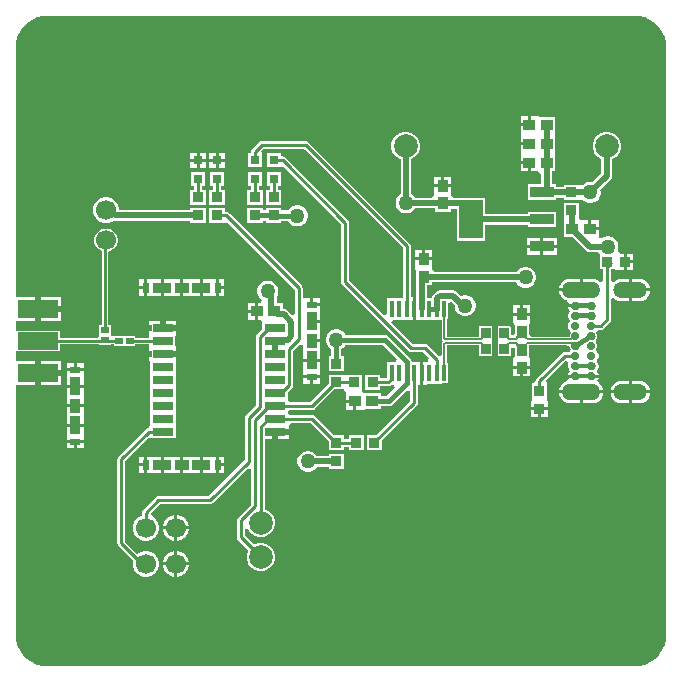
<source format=gbr>
G04*
G04 #@! TF.GenerationSoftware,Altium Limited,Altium Designer,24.9.1 (31)*
G04*
G04 Layer_Physical_Order=1*
G04 Layer_Color=255*
%FSLAX25Y25*%
%MOIN*%
G70*
G04*
G04 #@! TF.SameCoordinates,AE1E5416-9686-4E21-8CD7-455353439681*
G04*
G04*
G04 #@! TF.FilePolarity,Positive*
G04*
G01*
G75*
%ADD13C,0.01000*%
%ADD18R,0.03740X0.03937*%
%ADD19R,0.03543X0.02362*%
%ADD20R,0.03543X0.05906*%
%ADD21R,0.03543X0.04724*%
%ADD22R,0.03543X0.03347*%
%ADD23R,0.13780X0.05906*%
%ADD24R,0.03347X0.03543*%
%ADD25R,0.07087X0.02756*%
%ADD26R,0.04724X0.03543*%
%ADD27R,0.05906X0.03543*%
%ADD28R,0.02362X0.03543*%
%ADD29R,0.03937X0.03740*%
%ADD30R,0.02598X0.02441*%
%ADD31R,0.02874X0.02008*%
%ADD32R,0.07874X0.12598*%
%ADD33R,0.07874X0.03543*%
%ADD34R,0.03150X0.03150*%
%ADD35R,0.01772X0.05709*%
%ADD60C,0.01575*%
%ADD61C,0.07874*%
%ADD62C,0.01968*%
%ADD63C,0.01772*%
%ADD64C,0.00898*%
%ADD65C,0.00636*%
%ADD66C,0.06693*%
%ADD67C,0.21654*%
%ADD68O,0.12795X0.05315*%
%ADD69O,0.11221X0.05315*%
%ADD70C,0.02756*%
%ADD71C,0.01772*%
%ADD72C,0.05000*%
G36*
X206693Y216535D02*
X207662Y216535D01*
X209564Y216157D01*
X211355Y215415D01*
X212967Y214338D01*
X214338Y212967D01*
X215415Y211355D01*
X216157Y209564D01*
X216535Y207662D01*
X216535Y206693D01*
X216535Y206693D01*
X216535Y206693D01*
Y9843D01*
Y8873D01*
X216157Y6972D01*
X215415Y5180D01*
X214338Y3568D01*
X212967Y2197D01*
X211355Y1120D01*
X209564Y378D01*
X207662Y0D01*
X9843D01*
X8873Y-0D01*
X6972Y378D01*
X5180Y1120D01*
X3568Y2197D01*
X2197Y3568D01*
X1120Y5180D01*
X378Y6972D01*
X-0Y8873D01*
X0Y9843D01*
Y93685D01*
X6087D01*
Y94818D01*
X8087D01*
Y93685D01*
X14976D01*
Y96638D01*
X13844D01*
Y98638D01*
X14976D01*
Y101591D01*
X8087D01*
Y100458D01*
X6087D01*
Y101591D01*
X0D01*
Y104815D01*
X14476D01*
Y107300D01*
X27591D01*
Y106921D01*
X31465D01*
Y107300D01*
X32531D01*
Y106547D01*
X39595D01*
Y107300D01*
X44240D01*
X44276Y106315D01*
X44276Y105597D01*
Y104937D01*
X45408D01*
Y102937D01*
X44276D01*
Y101559D01*
X44488D01*
Y98441D01*
X44488Y97441D01*
X44488Y96441D01*
X44488Y93110D01*
X44488Y92110D01*
X44488Y88779D01*
X44488Y87779D01*
X44488Y84449D01*
X44488Y83449D01*
X44488Y80118D01*
X44133Y79265D01*
X44094D01*
X43592Y79165D01*
X43166Y78881D01*
X34111Y69826D01*
X33827Y69400D01*
X33727Y68898D01*
Y40769D01*
X33827Y40267D01*
X34111Y39841D01*
X38947Y35005D01*
X38819Y34528D01*
Y33384D01*
X39115Y32278D01*
X39687Y31287D01*
X40497Y30478D01*
X41488Y29906D01*
X42593Y29609D01*
X43738D01*
X44843Y29906D01*
X45834Y30478D01*
X46643Y31287D01*
X47216Y32278D01*
X47512Y33384D01*
Y34528D01*
X47216Y35633D01*
X46643Y36625D01*
X45834Y37434D01*
X44843Y38006D01*
X43738Y38302D01*
X42593D01*
X41488Y38006D01*
X40497Y37434D01*
X40364Y37301D01*
X36352Y41313D01*
Y68354D01*
X43991Y75993D01*
X44488Y75787D01*
Y75787D01*
X53150D01*
Y79118D01*
X53150Y80118D01*
X53150Y81118D01*
X53150Y84449D01*
X53150Y85449D01*
X53150Y88779D01*
X53150Y89780D01*
X53150Y93110D01*
X53150Y94110D01*
X53150Y97441D01*
X53150Y98441D01*
Y101559D01*
X53362D01*
Y102937D01*
X52230D01*
Y104937D01*
X53362D01*
Y105597D01*
X53362Y106315D01*
X52862Y107108D01*
Y109428D01*
X53362Y110221D01*
X53362Y110939D01*
Y111598D01*
X52230D01*
Y113598D01*
X53362D01*
Y114976D01*
X49819D01*
Y113844D01*
X47819D01*
Y114976D01*
X44276D01*
Y113598D01*
X45408D01*
Y111598D01*
X44276D01*
Y110939D01*
X44276Y110221D01*
X44240Y109235D01*
X39595D01*
Y109988D01*
X32531D01*
Y109988D01*
X31532Y109876D01*
X31465Y109942D01*
Y110543D01*
X31465Y110929D01*
Y113551D01*
X30495D01*
Y138022D01*
X31406Y138266D01*
X32283Y138772D01*
X32999Y139489D01*
X33506Y140366D01*
X33768Y141344D01*
Y142357D01*
X33506Y143335D01*
X32999Y144212D01*
X32283Y144928D01*
X31406Y145435D01*
X30428Y145697D01*
X29415D01*
X28437Y145435D01*
X27560Y144928D01*
X26843Y144212D01*
X26337Y143335D01*
X26075Y142357D01*
Y141344D01*
X26337Y140366D01*
X26843Y139489D01*
X27560Y138772D01*
X28437Y138266D01*
X28560Y138233D01*
Y113551D01*
X27591D01*
Y110929D01*
X27591Y110543D01*
Y109942D01*
X26883Y109235D01*
X14476D01*
Y111721D01*
X0D01*
Y114945D01*
X6087D01*
Y116077D01*
X8087D01*
Y114945D01*
X14976D01*
Y117898D01*
X13844D01*
Y119898D01*
X14976D01*
Y122850D01*
X8087D01*
Y121718D01*
X6087D01*
Y122850D01*
X0D01*
Y206693D01*
Y207662D01*
X378Y209564D01*
X1120Y211355D01*
X2197Y212967D01*
X3568Y214338D01*
X5180Y215415D01*
X6972Y216157D01*
X8873Y216535D01*
X9843Y216535D01*
X9843Y216535D01*
X206693Y216535D01*
D02*
G37*
%LPC*%
G36*
X170563Y183185D02*
X168095D01*
Y180815D01*
X170563D01*
Y183185D01*
D02*
G37*
G36*
X69504Y171079D02*
X67429D01*
Y169004D01*
X69504D01*
Y171079D01*
D02*
G37*
G36*
X63205D02*
X61130D01*
Y169004D01*
X63205D01*
Y171079D01*
D02*
G37*
G36*
X66429D02*
X64354D01*
Y169004D01*
X66429D01*
Y171079D01*
D02*
G37*
G36*
X60130D02*
X58055D01*
Y169004D01*
X60130D01*
Y171079D01*
D02*
G37*
G36*
X69504Y168004D02*
X67429D01*
Y165929D01*
X69504D01*
Y168004D01*
D02*
G37*
G36*
X66429D02*
X64354D01*
Y165929D01*
X66429D01*
Y168004D01*
D02*
G37*
G36*
X63205D02*
X61130D01*
Y165929D01*
X63205D01*
Y168004D01*
D02*
G37*
G36*
X60130D02*
X58055D01*
Y165929D01*
X60130D01*
Y168004D01*
D02*
G37*
G36*
X170563Y167217D02*
X168095D01*
Y164847D01*
X170563D01*
Y167217D01*
D02*
G37*
G36*
X144996Y163008D02*
X142626D01*
Y160539D01*
X144996D01*
Y163008D01*
D02*
G37*
G36*
X141626D02*
X139256D01*
Y160539D01*
X141626D01*
Y163008D01*
D02*
G37*
G36*
X174031Y183185D02*
X173301Y183185D01*
X171563D01*
Y180315D01*
X171063D01*
Y179815D01*
X168095D01*
Y177886D01*
X168095Y177165D01*
X168095Y176445D01*
Y174516D01*
X171063D01*
Y173516D01*
X168095D01*
Y171587D01*
X168095Y170587D01*
X168095Y170146D01*
Y168217D01*
X171063D01*
Y167717D01*
X171563D01*
Y164847D01*
X173301D01*
X174031Y164847D01*
X174064Y164854D01*
X175064Y164060D01*
Y160433D01*
X170472D01*
Y155315D01*
X179921D01*
Y156068D01*
X182480D01*
Y155413D01*
X187598D01*
Y155413D01*
X188498Y155656D01*
X188598Y155664D01*
X189190Y155073D01*
X189988Y154613D01*
X190878Y154374D01*
X191799D01*
X192690Y154613D01*
X193488Y155073D01*
X194139Y155725D01*
X194600Y156523D01*
X194839Y157413D01*
Y158335D01*
X194736Y158717D01*
X198128Y162109D01*
X198519Y162695D01*
X198657Y163386D01*
Y168821D01*
X198674Y168826D01*
X199751Y169448D01*
X200631Y170327D01*
X201253Y171405D01*
X201575Y172606D01*
Y173850D01*
X201253Y175052D01*
X200631Y176129D01*
X199751Y177009D01*
X198674Y177631D01*
X197472Y177953D01*
X196228D01*
X195027Y177631D01*
X193949Y177009D01*
X193070Y176129D01*
X192448Y175052D01*
X192126Y173850D01*
Y172606D01*
X192448Y171405D01*
X193070Y170327D01*
X193949Y169448D01*
X195027Y168826D01*
X195044Y168821D01*
Y164134D01*
X192182Y161272D01*
X191799Y161374D01*
X190878D01*
X189988Y161135D01*
X189190Y160675D01*
X188598Y160084D01*
X188498Y160092D01*
X187598Y160335D01*
Y160335D01*
X182480D01*
Y159680D01*
X179921D01*
Y160433D01*
X178676D01*
Y165059D01*
X179724D01*
Y170374D01*
X179724D01*
X179724Y171358D01*
X179724D01*
Y176673D01*
X179724D01*
Y177657D01*
X179724D01*
Y182972D01*
X174943D01*
X174031Y183185D01*
D02*
G37*
G36*
X88189Y164567D02*
X83465D01*
Y159843D01*
X84514D01*
Y158661D01*
X83268D01*
Y153740D01*
X88386D01*
Y158661D01*
X87139D01*
Y159843D01*
X88189D01*
Y164567D01*
D02*
G37*
G36*
X81890D02*
X77165D01*
Y159843D01*
X78215D01*
Y158661D01*
X76968D01*
Y153740D01*
X82087D01*
Y158661D01*
X80840D01*
Y159843D01*
X81890D01*
Y164567D01*
D02*
G37*
G36*
X69291D02*
X64567D01*
Y159843D01*
X65617D01*
Y158661D01*
X64370D01*
Y153740D01*
X69488D01*
Y158661D01*
X68242D01*
Y159843D01*
X69291D01*
Y164567D01*
D02*
G37*
G36*
X62992D02*
X58268D01*
Y159843D01*
X59317D01*
Y158661D01*
X58071D01*
Y153740D01*
X63189D01*
Y158661D01*
X61942D01*
Y159843D01*
X62992D01*
Y164567D01*
D02*
G37*
G36*
X94162Y153500D02*
X93240D01*
X92350Y153261D01*
X91552Y152801D01*
X90900Y152149D01*
X90673Y151755D01*
X88386D01*
Y152559D01*
X83268D01*
Y151804D01*
X82087D01*
Y152559D01*
X76968D01*
Y147638D01*
X82087D01*
Y148392D01*
X83268D01*
Y147638D01*
X88386D01*
Y148343D01*
X90616D01*
X90900Y147851D01*
X91552Y147199D01*
X92350Y146739D01*
X93240Y146500D01*
X94162D01*
X95052Y146739D01*
X95850Y147199D01*
X96501Y147851D01*
X96962Y148649D01*
X97201Y149539D01*
Y150461D01*
X96962Y151351D01*
X96501Y152149D01*
X95850Y152801D01*
X95052Y153261D01*
X94162Y153500D01*
D02*
G37*
G36*
X30494Y156197D02*
X29349D01*
X28244Y155901D01*
X27253Y155328D01*
X26443Y154519D01*
X25871Y153528D01*
X25575Y152423D01*
Y151278D01*
X25871Y150173D01*
X26443Y149182D01*
X27253Y148372D01*
X28244Y147800D01*
X29349Y147504D01*
X30494D01*
X31599Y147800D01*
X32579Y148366D01*
X32952Y148292D01*
X58071D01*
Y147638D01*
X63189D01*
Y152559D01*
X58071D01*
Y151905D01*
X34268D01*
Y152423D01*
X33972Y153528D01*
X33399Y154519D01*
X32590Y155328D01*
X31599Y155901D01*
X30494Y156197D01*
D02*
G37*
G36*
X130425Y177953D02*
X129181D01*
X127980Y177631D01*
X126902Y177009D01*
X126023Y176129D01*
X125401Y175052D01*
X125079Y173850D01*
Y172606D01*
X125401Y171405D01*
X126023Y170327D01*
X126902Y169448D01*
X127980Y168826D01*
X128115Y168790D01*
Y157329D01*
X127772Y157131D01*
X127121Y156480D01*
X126660Y155682D01*
X126421Y154791D01*
Y153870D01*
X126660Y152980D01*
X127121Y152182D01*
X127772Y151530D01*
X128570Y151069D01*
X129461Y150831D01*
X130382D01*
X131272Y151069D01*
X132070Y151530D01*
X132722Y152182D01*
X132863Y152426D01*
X139469D01*
Y151378D01*
X144783D01*
Y152328D01*
X146850D01*
Y141732D01*
X156299D01*
Y147012D01*
X170472D01*
Y146260D01*
X179921D01*
Y151378D01*
X170472D01*
Y150625D01*
X156299D01*
Y155905D01*
X148797D01*
X148622Y155940D01*
X145759D01*
X144966Y156940D01*
X144996Y157071D01*
X144996Y157802D01*
Y159539D01*
X139256D01*
Y157802D01*
X139256Y157071D01*
X139263Y157039D01*
X138470Y156039D01*
X132977D01*
X132722Y156480D01*
X132070Y157131D01*
X131728Y157329D01*
Y168884D01*
X132704Y169448D01*
X133584Y170327D01*
X134206Y171405D01*
X134528Y172606D01*
Y173850D01*
X134206Y175052D01*
X133584Y176129D01*
X132704Y177009D01*
X131627Y177631D01*
X130425Y177953D01*
D02*
G37*
G36*
X194110Y148539D02*
X191642D01*
Y146169D01*
X194110D01*
Y148539D01*
D02*
G37*
G36*
X180134Y142535D02*
X175697D01*
Y140264D01*
X180134D01*
Y142535D01*
D02*
G37*
G36*
X174697D02*
X170260D01*
Y140264D01*
X174697D01*
Y142535D01*
D02*
G37*
G36*
X180134Y139264D02*
X175697D01*
Y136992D01*
X180134D01*
Y139264D01*
D02*
G37*
G36*
X174697D02*
X170260D01*
Y136992D01*
X174697D01*
Y139264D01*
D02*
G37*
G36*
X138697Y138598D02*
X136327D01*
Y136130D01*
X138697D01*
Y138598D01*
D02*
G37*
G36*
X135327D02*
X132957D01*
Y136130D01*
X135327D01*
Y138598D01*
D02*
G37*
G36*
X205724Y137417D02*
X203551D01*
Y135146D01*
X205724D01*
Y137417D01*
D02*
G37*
G36*
Y134146D02*
X203551D01*
Y131874D01*
X205724D01*
Y134146D01*
D02*
G37*
G36*
X187598Y154232D02*
X182480D01*
Y149311D01*
X182480D01*
Y148327D01*
X182480D01*
Y143012D01*
X185438D01*
X190022Y138427D01*
X190608Y138036D01*
X191299Y137898D01*
X193775D01*
X194488Y137205D01*
Y132087D01*
X195644D01*
Y128341D01*
X195027Y128031D01*
X194644Y127954D01*
X193971Y128470D01*
X193081Y128839D01*
X192126Y128965D01*
X188886D01*
Y125276D01*
X188386D01*
Y124776D01*
X181023D01*
X181082Y124321D01*
X181451Y123431D01*
X182037Y122667D01*
X182801Y122081D01*
X183580Y121758D01*
X183697Y121697D01*
X184120Y120647D01*
X184051Y120480D01*
X185137D01*
X185213Y120650D01*
X185343Y120843D01*
X185500Y121008D01*
X185689Y121150D01*
X185894Y121256D01*
X186114Y121323D01*
X186346Y121358D01*
X186579Y121350D01*
X186803Y121303D01*
X187020Y121221D01*
X187221Y121098D01*
X187398Y120949D01*
X187547Y120768D01*
X190601D01*
X190752Y120949D01*
X190929Y121098D01*
X191130Y121221D01*
X191347Y121303D01*
X191571Y121350D01*
X191803Y121358D01*
X192035Y121323D01*
X192256Y121256D01*
X192461Y121150D01*
X192650Y121008D01*
X192807Y120843D01*
X192937Y120650D01*
X193032Y120437D01*
X193091Y120213D01*
X193110Y119980D01*
X193091Y119748D01*
X193032Y119524D01*
X192937Y119311D01*
X192807Y119118D01*
X192650Y118953D01*
X192461Y118811D01*
X192256Y118705D01*
X192035Y118638D01*
X191803Y118602D01*
X191571Y118610D01*
X191347Y118658D01*
X191130Y118740D01*
X190929Y118862D01*
X190752Y119012D01*
X190602Y119193D01*
X187547D01*
X187398Y119012D01*
X187221Y118862D01*
X187020Y118740D01*
X186803Y118658D01*
X186579Y118610D01*
X186346Y118602D01*
X186114Y118638D01*
X185894Y118705D01*
X185689Y118811D01*
X185500Y118953D01*
X185343Y119118D01*
X185213Y119311D01*
X185137Y119480D01*
X184051D01*
X184401Y118633D01*
X184717Y118318D01*
X184604Y118199D01*
X184577Y118157D01*
X184401Y117981D01*
X184308Y117756D01*
X184281Y117717D01*
X184186Y117505D01*
X184168Y117424D01*
X184132Y117350D01*
X184118Y117297D01*
X184039Y117107D01*
Y116908D01*
X184023Y116720D01*
X184033Y116634D01*
X184023Y116548D01*
X184039Y116359D01*
Y116161D01*
X184118Y115971D01*
X184132Y115918D01*
X184168Y115844D01*
X184186Y115763D01*
X184281Y115550D01*
X184308Y115512D01*
X184401Y115287D01*
X184577Y115111D01*
X184604Y115068D01*
X184717Y114950D01*
X184401Y114634D01*
X184039Y113760D01*
Y112814D01*
X184401Y111940D01*
X184825Y111005D01*
X184539Y110315D01*
Y109662D01*
X179301D01*
X179265Y109669D01*
X171841D01*
X170874Y110663D01*
X170874Y113365D01*
X171374Y114157D01*
X171374Y114482D01*
Y116626D01*
X165634D01*
X165634Y114157D01*
X166134Y113365D01*
X166134Y113157D01*
Y110716D01*
X165159Y109754D01*
X164772Y110492D01*
Y113295D01*
X160425D01*
Y108752D01*
X160425D01*
X160425Y107783D01*
X160425D01*
Y103240D01*
X164772D01*
Y105873D01*
X164961Y106081D01*
X165872Y106062D01*
X166078Y105922D01*
X166134Y105849D01*
X166134Y103171D01*
X165634Y102378D01*
X165634Y102054D01*
Y99910D01*
X171374D01*
X171374Y102378D01*
X170874Y103171D01*
X170874Y103378D01*
Y106787D01*
X170890Y106866D01*
X178765D01*
X178802Y106859D01*
X183545D01*
X183908Y106731D01*
X184071Y106651D01*
X184560Y106114D01*
X184630Y105894D01*
X184664Y105854D01*
X184669Y105803D01*
X184779Y105598D01*
X184526Y104762D01*
X184331Y104561D01*
X182776D01*
X182273Y104461D01*
X181847Y104176D01*
X173481Y95810D01*
X173197Y95384D01*
X173097Y94882D01*
X172354Y94193D01*
X171850D01*
Y89303D01*
X171850Y89272D01*
X171774Y88303D01*
X171638D01*
Y86130D01*
X174409D01*
X177181D01*
Y88303D01*
X177044D01*
X176969Y89272D01*
X176969Y89303D01*
Y94193D01*
X176969D01*
X176577Y95193D01*
X182986Y101602D01*
X183489Y101507D01*
X183775Y101206D01*
X183853Y101060D01*
X184068Y100444D01*
X184039Y100375D01*
Y100176D01*
X184023Y99988D01*
X184033Y99902D01*
X184023Y99815D01*
X184039Y99627D01*
Y99429D01*
X184118Y99238D01*
X184132Y99185D01*
X184168Y99111D01*
X184186Y99031D01*
X184281Y98818D01*
X184308Y98779D01*
X184401Y98555D01*
X184577Y98379D01*
X184604Y98336D01*
X184717Y98218D01*
X184401Y97902D01*
X184051Y97055D01*
X185137D01*
X185213Y97224D01*
X185343Y97417D01*
X185500Y97583D01*
X185689Y97724D01*
X185894Y97831D01*
X186114Y97898D01*
X186346Y97933D01*
X186579Y97925D01*
X186803Y97878D01*
X187020Y97795D01*
X187221Y97673D01*
X187398Y97524D01*
X187547Y97342D01*
X190602D01*
X190752Y97524D01*
X190929Y97673D01*
X191130Y97795D01*
X191347Y97878D01*
X191571Y97925D01*
X191803Y97933D01*
X192035Y97898D01*
X192256Y97831D01*
X192461Y97724D01*
X192650Y97583D01*
X192807Y97417D01*
X192937Y97224D01*
X193012Y97055D01*
X194099D01*
X193748Y97902D01*
X193433Y98218D01*
X193545Y98336D01*
X193572Y98379D01*
X193748Y98555D01*
X193841Y98779D01*
X193869Y98818D01*
X193963Y99031D01*
X193981Y99111D01*
X194018Y99185D01*
X194031Y99238D01*
X194110Y99429D01*
Y99627D01*
X194126Y99815D01*
X194116Y99902D01*
X194126Y99988D01*
X194110Y100176D01*
Y100375D01*
X194031Y100565D01*
X194018Y100618D01*
X193981Y100692D01*
X193963Y100772D01*
X193869Y100985D01*
X193841Y101024D01*
X193748Y101249D01*
X193572Y101425D01*
X193545Y101467D01*
X193433Y101585D01*
X193748Y101901D01*
X194110Y102775D01*
Y103721D01*
X193748Y104595D01*
X193324Y105531D01*
X193610Y106221D01*
Y106968D01*
X193324Y107658D01*
X193309Y107703D01*
X193198Y108173D01*
X193303Y108841D01*
X193424Y109038D01*
X193432Y109086D01*
X193467Y109122D01*
X193554Y109338D01*
X193553Y109388D01*
X193581Y109430D01*
X193609Y109565D01*
X193610Y109567D01*
Y109570D01*
X193628Y109658D01*
X193620Y109701D01*
X193639Y109740D01*
X193651Y109973D01*
X193633Y110022D01*
X193647Y110073D01*
X193615Y110305D01*
X193610Y110313D01*
Y110315D01*
X193594Y110354D01*
X193597Y110387D01*
X193530Y110611D01*
X193497Y110653D01*
X193492Y110706D01*
X193386Y110911D01*
X193607Y111739D01*
X193608Y111741D01*
X193822Y111975D01*
X194783D01*
X195286Y112075D01*
X195712Y112359D01*
X197885Y114532D01*
X198169Y114958D01*
X198269Y115461D01*
Y122189D01*
X198832Y122490D01*
X199269Y122585D01*
X199927Y122081D01*
X200817Y121712D01*
X201772Y121587D01*
X204224D01*
Y125276D01*
Y128965D01*
X201772D01*
X200817Y128839D01*
X199927Y128470D01*
X199269Y127966D01*
X198832Y128061D01*
X198269Y128362D01*
Y132087D01*
X199378D01*
X199409Y132087D01*
X200378Y132010D01*
Y131874D01*
X202551D01*
Y134646D01*
Y137417D01*
X201120D01*
X200518Y138334D01*
X200523Y138417D01*
X200744Y139244D01*
Y140165D01*
X200506Y141056D01*
X200045Y141854D01*
X199393Y142505D01*
X198595Y142966D01*
X197705Y143205D01*
X196783D01*
X195893Y142966D01*
X195345Y142650D01*
X195121Y142520D01*
X195121D01*
X195143Y142533D01*
X194958Y142529D01*
X194869Y142544D01*
X194476Y142656D01*
X194159Y142897D01*
X194110Y143443D01*
X194110Y143743D01*
Y145169D01*
X191142D01*
Y145669D01*
X190642D01*
Y148539D01*
X188173D01*
X188173Y148539D01*
Y148539D01*
X187600Y149284D01*
X187598Y149311D01*
X187598D01*
Y154232D01*
D02*
G37*
G36*
X69307Y128756D02*
X67626D01*
Y126484D01*
X69307D01*
Y128756D01*
D02*
G37*
G36*
X42610D02*
X40929D01*
Y126484D01*
X42610D01*
Y128756D01*
D02*
G37*
G36*
X207677Y128965D02*
X205224D01*
Y125776D01*
X211300D01*
X211241Y126230D01*
X210872Y127120D01*
X210286Y127884D01*
X209522Y128470D01*
X208632Y128839D01*
X207677Y128965D01*
D02*
G37*
G36*
X187886D02*
X184646D01*
X183691Y128839D01*
X182801Y128470D01*
X182037Y127884D01*
X181451Y127120D01*
X181082Y126230D01*
X181022Y125776D01*
X187886D01*
Y128965D01*
D02*
G37*
G36*
X69307Y125484D02*
X67626D01*
Y123213D01*
X69307D01*
Y125484D01*
D02*
G37*
G36*
X66626Y128756D02*
X62114D01*
Y125984D01*
Y123213D01*
X66626D01*
Y125984D01*
Y128756D01*
D02*
G37*
G36*
X61114D02*
X55618D01*
Y125984D01*
Y123213D01*
X61114D01*
Y125984D01*
Y128756D01*
D02*
G37*
G36*
X54618D02*
X49122D01*
Y125984D01*
Y123213D01*
X54618D01*
Y125984D01*
Y128756D01*
D02*
G37*
G36*
X48122D02*
X43610D01*
Y125984D01*
Y123213D01*
X48122D01*
Y125984D01*
Y128756D01*
D02*
G37*
G36*
X42610Y125484D02*
X40929D01*
Y123213D01*
X42610D01*
Y125484D01*
D02*
G37*
G36*
X211300Y124776D02*
X205224D01*
Y121587D01*
X207677D01*
X208632Y121712D01*
X209522Y122081D01*
X210286Y122667D01*
X210872Y123431D01*
X211241Y124321D01*
X211300Y124776D01*
D02*
G37*
G36*
X98925Y122457D02*
Y120776D01*
X101197D01*
Y122457D01*
X98925D01*
D02*
G37*
G36*
X79618Y120980D02*
X77150D01*
Y118610D01*
X79618D01*
Y120980D01*
D02*
G37*
G36*
X171374Y120095D02*
X169004D01*
Y117626D01*
X171374D01*
Y120095D01*
D02*
G37*
G36*
X168004D02*
X165634D01*
Y117626D01*
X168004D01*
Y120095D01*
D02*
G37*
G36*
X96457Y174935D02*
X81890D01*
X81388Y174835D01*
X80962Y174550D01*
X78599Y172188D01*
X78315Y171762D01*
X78215Y171260D01*
Y170866D01*
X77165D01*
Y166142D01*
X81890D01*
Y170866D01*
X81890D01*
X81626Y171502D01*
X82433Y172309D01*
X95913D01*
X128796Y139427D01*
Y122638D01*
X123435D01*
Y117376D01*
X122511Y116993D01*
X110900Y128604D01*
Y147722D01*
X110800Y148225D01*
X110515Y148651D01*
X89734Y169432D01*
X89308Y169717D01*
X88806Y169817D01*
X88189D01*
Y170866D01*
X83465D01*
Y166142D01*
X88189D01*
Y166142D01*
X89189Y166264D01*
X108275Y147179D01*
Y128060D01*
X108375Y127558D01*
X108659Y127132D01*
X130814Y104977D01*
X131240Y104693D01*
X131742Y104593D01*
X135677D01*
X137649Y102620D01*
X137349Y101506D01*
X136994Y101394D01*
Y101394D01*
X135608D01*
Y97539D01*
Y93685D01*
X136994D01*
Y93898D01*
X141781D01*
Y94185D01*
X143994D01*
Y100894D01*
X143442D01*
Y106866D01*
X154307D01*
X154323Y106787D01*
Y103240D01*
X158669D01*
Y107783D01*
X158669D01*
X158669Y108752D01*
X158669D01*
Y113295D01*
X154323D01*
Y109749D01*
X154307Y109669D01*
X143442D01*
Y115642D01*
X143994D01*
Y121016D01*
X144994Y121316D01*
X146106Y120204D01*
Y119618D01*
X146345Y118728D01*
X146806Y117930D01*
X147457Y117278D01*
X148255Y116817D01*
X149145Y116579D01*
X150067D01*
X150957Y116817D01*
X151755Y117278D01*
X152407Y117930D01*
X152868Y118728D01*
X153106Y119618D01*
Y120539D01*
X152868Y121430D01*
X152407Y122228D01*
X151755Y122879D01*
X150957Y123340D01*
X150067Y123579D01*
X149145D01*
X148255Y123340D01*
X148144Y123276D01*
X146807Y124612D01*
X146221Y125004D01*
X145530Y125141D01*
X141108D01*
X140416Y125004D01*
X139830Y124612D01*
X138929Y123711D01*
X138538Y123125D01*
X138441Y122638D01*
X137013D01*
Y126969D01*
X138484D01*
Y127798D01*
X166684D01*
X166951Y127335D01*
X167603Y126683D01*
X168401Y126223D01*
X169291Y125984D01*
X170213D01*
X171103Y126223D01*
X171901Y126683D01*
X172553Y127335D01*
X173014Y128133D01*
X173252Y129024D01*
Y129945D01*
X173014Y130835D01*
X172553Y131633D01*
X171901Y132285D01*
X171103Y132746D01*
X170213Y132984D01*
X169291D01*
X168401Y132746D01*
X167603Y132285D01*
X166951Y131633D01*
X166823Y131411D01*
X139378D01*
X138638Y132411D01*
X138697Y132661D01*
X138697Y133392D01*
Y135130D01*
X132957D01*
Y133392D01*
X132957Y132661D01*
X133169Y131749D01*
Y126969D01*
X133400D01*
Y122850D01*
X133108D01*
Y118996D01*
Y115142D01*
X134494D01*
Y115354D01*
X141774D01*
Y109168D01*
X141838Y108849D01*
X142019Y108579D01*
X142330Y108268D01*
X142019Y107957D01*
X141838Y107686D01*
X141774Y107367D01*
Y103578D01*
X140774Y103208D01*
X137149Y106834D01*
X136723Y107118D01*
X136221Y107218D01*
X132286D01*
X125074Y114430D01*
X125456Y115354D01*
X130722D01*
Y115142D01*
X132108D01*
Y118996D01*
Y122850D01*
X131421D01*
Y139971D01*
X131321Y140473D01*
X131036Y140899D01*
X97385Y174550D01*
X96959Y174835D01*
X96457Y174935D01*
D02*
G37*
G36*
X69488Y152559D02*
X64370D01*
Y147638D01*
X69488D01*
Y147638D01*
X70263Y147959D01*
X92888Y125334D01*
Y117303D01*
X91964Y116921D01*
X90383Y118502D01*
X89797Y118893D01*
X89106Y119031D01*
X88779D01*
Y120768D01*
X86846D01*
Y122900D01*
X86820Y123031D01*
X87120Y123551D01*
X87358Y124441D01*
Y125362D01*
X87120Y126252D01*
X86659Y127051D01*
X86007Y127702D01*
X85209Y128163D01*
X84319Y128402D01*
X83398D01*
X82507Y128163D01*
X81709Y127702D01*
X81058Y127051D01*
X80597Y126252D01*
X80358Y125362D01*
Y124441D01*
X80597Y123551D01*
X81058Y122752D01*
X81709Y122101D01*
X81918Y121980D01*
X81650Y120980D01*
X80618D01*
Y118110D01*
Y115240D01*
X81087D01*
X81890Y114764D01*
X81890Y114240D01*
Y112172D01*
X80265Y110547D01*
X79980Y110122D01*
X79880Y109619D01*
Y86791D01*
X76599Y83510D01*
X76315Y83084D01*
X76215Y82582D01*
Y68622D01*
X64023Y56431D01*
X47244D01*
X46742Y56331D01*
X46316Y56046D01*
X42237Y51968D01*
X41953Y51542D01*
X41853Y51039D01*
Y50105D01*
X41488Y50007D01*
X40497Y49435D01*
X39687Y48625D01*
X39115Y47634D01*
X38819Y46529D01*
Y45384D01*
X39115Y44279D01*
X39687Y43288D01*
X40497Y42479D01*
X41488Y41906D01*
X42593Y41610D01*
X43738D01*
X44843Y41906D01*
X45834Y42479D01*
X46643Y43288D01*
X47216Y44279D01*
X47512Y45384D01*
Y46529D01*
X47216Y47634D01*
X46643Y48625D01*
X45834Y49435D01*
X45198Y49802D01*
X44953Y50770D01*
X44986Y51004D01*
X47788Y53806D01*
X64567D01*
X65069Y53905D01*
X65495Y54190D01*
X77275Y65970D01*
X78199Y65588D01*
Y53678D01*
X73875Y49353D01*
X73590Y48928D01*
X73491Y48425D01*
Y42913D01*
X73590Y42411D01*
X73875Y41985D01*
X77358Y38502D01*
X77094Y38044D01*
X76772Y36843D01*
Y35598D01*
X77094Y34397D01*
X77716Y33320D01*
X78595Y32440D01*
X79672Y31818D01*
X80874Y31496D01*
X82118D01*
X83320Y31818D01*
X84397Y32440D01*
X85277Y33320D01*
X85899Y34397D01*
X86221Y35598D01*
Y36843D01*
X85899Y38044D01*
X85277Y39121D01*
X84397Y40001D01*
X83320Y40623D01*
X82118Y40945D01*
X80874D01*
X79672Y40623D01*
X79214Y40358D01*
X76116Y43457D01*
Y45600D01*
X77094Y45814D01*
X77716Y44737D01*
X78595Y43857D01*
X79672Y43235D01*
X80874Y42913D01*
X82118D01*
X83320Y43235D01*
X84397Y43857D01*
X85277Y44737D01*
X85899Y45814D01*
X86221Y47016D01*
Y48260D01*
X85899Y49461D01*
X85277Y50539D01*
X84397Y51418D01*
X83320Y52040D01*
X82809Y52177D01*
Y75575D01*
X85220D01*
Y76707D01*
X87221D01*
Y75575D01*
X90764D01*
Y76953D01*
X89631D01*
Y78953D01*
X90764D01*
Y80331D01*
X91499Y80971D01*
X98078D01*
X104134Y74915D01*
Y71850D01*
X109252D01*
Y72998D01*
X110844D01*
Y71850D01*
X115765D01*
Y76968D01*
X110844D01*
Y75624D01*
X109252D01*
Y76772D01*
X105990D01*
X99550Y83212D01*
X99124Y83496D01*
X98622Y83596D01*
X91004D01*
X90551Y84449D01*
X91004Y85302D01*
X98622D01*
X99124Y85401D01*
X99550Y85686D01*
X105990Y92126D01*
X109252D01*
X109411Y91887D01*
X109827Y91059D01*
Y88689D01*
X112795D01*
Y88189D01*
X113295D01*
Y85319D01*
X115033D01*
X115764Y85319D01*
X116676Y85532D01*
X121457D01*
Y86483D01*
X124114D01*
X124767Y86613D01*
X125320Y86983D01*
X130372Y92034D01*
X131296Y91652D01*
Y88253D01*
X120011Y76968D01*
X116946D01*
Y71850D01*
X121867D01*
Y75112D01*
X133536Y86782D01*
X133821Y87207D01*
X133921Y87710D01*
Y93685D01*
X134608D01*
Y97539D01*
Y101394D01*
X133222D01*
Y101181D01*
X131814D01*
Y101388D01*
X131684Y102041D01*
X131315Y102594D01*
X124041Y109868D01*
X123487Y110238D01*
X122835Y110367D01*
X109749D01*
X109494Y110810D01*
X108842Y111462D01*
X108044Y111923D01*
X107154Y112161D01*
X106232D01*
X105342Y111923D01*
X104544Y111462D01*
X103892Y110810D01*
X103431Y110012D01*
X103193Y109122D01*
Y108201D01*
X103431Y107310D01*
X103892Y106512D01*
X104544Y105861D01*
X104987Y105605D01*
Y103150D01*
X104134D01*
Y98228D01*
X109252D01*
Y103150D01*
X108399D01*
Y105605D01*
X108842Y105861D01*
X109494Y106512D01*
X109749Y106955D01*
X122128D01*
X126978Y102105D01*
X126596Y101181D01*
X123435D01*
Y95801D01*
X121260D01*
Y97047D01*
X116339D01*
Y91929D01*
X121260D01*
Y93176D01*
X124026D01*
X124528Y93275D01*
X124954Y93560D01*
X125179Y93786D01*
X125849Y93710D01*
X126231Y92719D01*
X123407Y89895D01*
X121457D01*
Y90847D01*
X116676D01*
X115764Y91059D01*
X115471D01*
X115157Y91929D01*
X115157Y92059D01*
Y97047D01*
X110236D01*
Y97047D01*
X109252D01*
Y97047D01*
X104134D01*
Y93982D01*
X98078Y87927D01*
X90907D01*
X90551Y88779D01*
X90551Y88779D01*
X90551D01*
X90551Y88779D01*
Y91254D01*
X91873Y92576D01*
X92158Y93002D01*
X92257Y93504D01*
Y104992D01*
X94653Y107388D01*
X95653Y106974D01*
Y104905D01*
Y102272D01*
X98425D01*
X101197D01*
Y104905D01*
Y107768D01*
X98425D01*
Y108768D01*
X101197D01*
Y110811D01*
Y114264D01*
X98425D01*
Y115264D01*
X101197D01*
Y118095D01*
Y119776D01*
X98425D01*
Y120276D01*
X97925D01*
Y122457D01*
X95654Y122457D01*
X95513Y123399D01*
Y125878D01*
X95414Y126380D01*
X95129Y126806D01*
X70908Y151027D01*
X70483Y151311D01*
X69980Y151411D01*
X69488D01*
Y152559D01*
D02*
G37*
G36*
X79618Y117610D02*
X77150D01*
Y115240D01*
X79618D01*
Y117610D01*
D02*
G37*
G36*
X22457Y100803D02*
X20185D01*
Y99122D01*
X22457D01*
Y100803D01*
D02*
G37*
G36*
X19185D02*
X16913D01*
Y99122D01*
X19185D01*
Y100803D01*
D02*
G37*
G36*
X101197Y101272D02*
X98425D01*
X95653D01*
Y97819D01*
Y96760D01*
X98425D01*
X101197D01*
Y97819D01*
Y101272D01*
D02*
G37*
G36*
X171374Y98909D02*
X169004D01*
Y96441D01*
X171374D01*
Y98909D01*
D02*
G37*
G36*
X168004D02*
X165634D01*
Y96441D01*
X168004D01*
Y98909D01*
D02*
G37*
G36*
X194099Y96055D02*
X193012D01*
X192937Y95886D01*
X192807Y95693D01*
X192650Y95528D01*
X192461Y95386D01*
X192256Y95280D01*
X192035Y95213D01*
X191803Y95177D01*
X191571Y95185D01*
X191347Y95232D01*
X191130Y95315D01*
X190929Y95437D01*
X190752Y95587D01*
X190602Y95768D01*
X187547D01*
X187398Y95587D01*
X187221Y95437D01*
X187020Y95315D01*
X186803Y95232D01*
X186579Y95185D01*
X186346Y95177D01*
X186114Y95213D01*
X185894Y95280D01*
X185689Y95386D01*
X185500Y95528D01*
X185343Y95693D01*
X185213Y95886D01*
X185137Y96055D01*
X184051D01*
X184120Y95888D01*
X183697Y94839D01*
X183580Y94777D01*
X182801Y94455D01*
X182037Y93868D01*
X181451Y93104D01*
X181082Y92215D01*
X181023Y91760D01*
X188386D01*
X195749D01*
X195689Y92215D01*
X195321Y93104D01*
X194735Y93868D01*
X194219Y94264D01*
X193748Y95208D01*
X194099Y96055D01*
D02*
G37*
G36*
X101197Y95760D02*
X98925D01*
Y94079D01*
X101197D01*
Y95760D01*
D02*
G37*
G36*
X97925D02*
X95653D01*
Y94079D01*
X97925D01*
Y95760D01*
D02*
G37*
G36*
X22457Y98122D02*
X19685D01*
X16913D01*
Y96441D01*
Y93610D01*
X19685D01*
X22457D01*
Y96441D01*
Y98122D01*
D02*
G37*
G36*
X207677Y94949D02*
X205224D01*
Y91760D01*
X211300D01*
X211241Y92215D01*
X210872Y93104D01*
X210286Y93868D01*
X209522Y94455D01*
X208632Y94823D01*
X207677Y94949D01*
D02*
G37*
G36*
X204224D02*
X201772D01*
X200817Y94823D01*
X199927Y94455D01*
X199163Y93868D01*
X198577Y93104D01*
X198208Y92215D01*
X198148Y91760D01*
X204224D01*
Y94949D01*
D02*
G37*
G36*
X211300Y90760D02*
X205224D01*
Y87571D01*
X207677D01*
X208632Y87696D01*
X209522Y88065D01*
X210286Y88651D01*
X210872Y89415D01*
X211241Y90305D01*
X211300Y90760D01*
D02*
G37*
G36*
X204224D02*
X198148D01*
X198208Y90305D01*
X198577Y89415D01*
X199163Y88651D01*
X199927Y88065D01*
X200817Y87696D01*
X201772Y87571D01*
X204224D01*
Y90760D01*
D02*
G37*
G36*
X195749D02*
X188886D01*
Y87571D01*
X192126D01*
X193081Y87696D01*
X193971Y88065D01*
X194735Y88651D01*
X195321Y89415D01*
X195689Y90305D01*
X195749Y90760D01*
D02*
G37*
G36*
X187886D02*
X181022D01*
X181082Y90305D01*
X181451Y89415D01*
X182037Y88651D01*
X182801Y88065D01*
X183691Y87696D01*
X184646Y87571D01*
X187886D01*
Y90760D01*
D02*
G37*
G36*
X22457Y92610D02*
X19685D01*
X16913D01*
Y89157D01*
Y87114D01*
X19685D01*
X22457D01*
Y89157D01*
Y92610D01*
D02*
G37*
G36*
X112295Y87689D02*
X109827D01*
Y85319D01*
X112295D01*
Y87689D01*
D02*
G37*
G36*
X177181Y85130D02*
X174909D01*
Y82957D01*
X177181D01*
Y85130D01*
D02*
G37*
G36*
X173909D02*
X171638D01*
Y82957D01*
X173909D01*
Y85130D01*
D02*
G37*
G36*
X22457Y86114D02*
X19685D01*
X16913D01*
Y83252D01*
Y80618D01*
X19685D01*
X22457D01*
Y83252D01*
Y86114D01*
D02*
G37*
G36*
Y79618D02*
X19685D01*
X16913D01*
Y76165D01*
Y75106D01*
X19685D01*
X22457D01*
Y76165D01*
Y79618D01*
D02*
G37*
G36*
Y74106D02*
X20185D01*
Y72425D01*
X22457D01*
Y74106D01*
D02*
G37*
G36*
X19185D02*
X16913D01*
Y72425D01*
X19185D01*
Y74106D01*
D02*
G37*
G36*
X69307Y69701D02*
X67626D01*
Y67429D01*
X69307D01*
Y69701D01*
D02*
G37*
G36*
X42610D02*
X40929D01*
Y67429D01*
X42610D01*
Y69701D01*
D02*
G37*
G36*
X97705Y71610D02*
X96783D01*
X95893Y71372D01*
X95095Y70911D01*
X94443Y70259D01*
X93983Y69461D01*
X93744Y68571D01*
Y67650D01*
X93983Y66759D01*
X94443Y65961D01*
X95095Y65310D01*
X95893Y64849D01*
X96783Y64610D01*
X97705D01*
X98595Y64849D01*
X99393Y65310D01*
X100045Y65961D01*
X100271Y66353D01*
X104134D01*
Y65748D01*
X109252D01*
Y70669D01*
X104134D01*
Y69966D01*
X100214D01*
X100045Y70259D01*
X99393Y70911D01*
X98595Y71372D01*
X97705Y71610D01*
D02*
G37*
G36*
X69307Y66429D02*
X67626D01*
Y64157D01*
X69307D01*
Y66429D01*
D02*
G37*
G36*
X66626Y69701D02*
X62114D01*
Y66929D01*
Y64157D01*
X66626D01*
Y66929D01*
Y69701D01*
D02*
G37*
G36*
X61114D02*
X55618D01*
Y66929D01*
Y64157D01*
X61114D01*
Y66929D01*
Y69701D01*
D02*
G37*
G36*
X54618D02*
X49122D01*
Y66929D01*
Y64157D01*
X54618D01*
Y66929D01*
Y69701D01*
D02*
G37*
G36*
X48122D02*
X43610D01*
Y66929D01*
Y64157D01*
X48122D01*
Y66929D01*
Y69701D01*
D02*
G37*
G36*
X42610Y66429D02*
X40929D01*
Y64157D01*
X42610D01*
Y66429D01*
D02*
G37*
G36*
X53738Y50303D02*
X53665D01*
Y46457D01*
X57512D01*
Y46529D01*
X57216Y47634D01*
X56643Y48625D01*
X55834Y49435D01*
X54843Y50007D01*
X53738Y50303D01*
D02*
G37*
G36*
X52665D02*
X52593D01*
X51488Y50007D01*
X50497Y49435D01*
X49687Y48625D01*
X49115Y47634D01*
X48819Y46529D01*
Y46457D01*
X52665D01*
Y50303D01*
D02*
G37*
G36*
X57512Y45457D02*
X53665D01*
Y41610D01*
X53738D01*
X54843Y41906D01*
X55834Y42479D01*
X56643Y43288D01*
X57216Y44279D01*
X57512Y45384D01*
Y45457D01*
D02*
G37*
G36*
X52665D02*
X48819D01*
Y45384D01*
X49115Y44279D01*
X49687Y43288D01*
X50497Y42479D01*
X51488Y41906D01*
X52593Y41610D01*
X52665D01*
Y45457D01*
D02*
G37*
G36*
X53738Y38302D02*
X53665D01*
Y34456D01*
X57512D01*
Y34528D01*
X57216Y35633D01*
X56643Y36625D01*
X55834Y37434D01*
X54843Y38006D01*
X53738Y38302D01*
D02*
G37*
G36*
X52665D02*
X52593D01*
X51488Y38006D01*
X50497Y37434D01*
X49687Y36625D01*
X49115Y35633D01*
X48819Y34528D01*
Y34456D01*
X52665D01*
Y38302D01*
D02*
G37*
G36*
X57512Y33456D02*
X53665D01*
Y29609D01*
X53738D01*
X54843Y29906D01*
X55834Y30478D01*
X56643Y31287D01*
X57216Y32278D01*
X57512Y33384D01*
Y33456D01*
D02*
G37*
G36*
X52665D02*
X48819D01*
Y33384D01*
X49115Y32278D01*
X49687Y31287D01*
X50497Y30478D01*
X51488Y29906D01*
X52593Y29609D01*
X52665D01*
Y33456D01*
D02*
G37*
%LPD*%
G36*
X192035Y117976D02*
X192256Y117909D01*
X192461Y117803D01*
X192650Y117661D01*
X192807Y117496D01*
X192937Y117303D01*
X193032Y117091D01*
X193091Y116866D01*
X193110Y116634D01*
X193091Y116402D01*
X193032Y116177D01*
X192937Y115965D01*
X192807Y115772D01*
X192650Y115606D01*
X192461Y115465D01*
X192256Y115358D01*
X192035Y115291D01*
X191803Y115256D01*
X191571Y115264D01*
X191347Y115311D01*
X191130Y115394D01*
X190929Y115516D01*
X190752Y115665D01*
X190602Y115847D01*
X187547D01*
X187398Y115665D01*
X187221Y115516D01*
X187020Y115394D01*
X186803Y115311D01*
X186579Y115264D01*
X186346Y115256D01*
X186114Y115291D01*
X185894Y115358D01*
X185689Y115465D01*
X185500Y115606D01*
X185343Y115772D01*
X185213Y115965D01*
X185118Y116177D01*
X185059Y116402D01*
X185039Y116634D01*
X185059Y116866D01*
X185118Y117091D01*
X185213Y117303D01*
X185343Y117496D01*
X185500Y117661D01*
X185689Y117803D01*
X185894Y117909D01*
X186114Y117976D01*
X186346Y118012D01*
X186579Y118004D01*
X186803Y117957D01*
X187020Y117874D01*
X187221Y117752D01*
X187398Y117602D01*
X187547Y117421D01*
X190601D01*
X190752Y117602D01*
X190929Y117752D01*
X191130Y117874D01*
X191347Y117957D01*
X191571Y118004D01*
X191803Y118012D01*
X192035Y117976D01*
D02*
G37*
G36*
X191969Y111299D02*
X192197Y111240D01*
X192409Y111146D01*
X192602Y111012D01*
X192768Y110850D01*
X192905Y110661D01*
X193012Y110457D01*
X193079Y110232D01*
X193110Y110000D01*
X193098Y109768D01*
X193051Y109539D01*
X192965Y109323D01*
X192842Y109126D01*
X192689Y108949D01*
X192508Y108803D01*
X192303Y108689D01*
X192083Y108610D01*
X191854Y108571D01*
X191622Y108567D01*
X191390Y108606D01*
X191177Y108681D01*
X191175Y108681D01*
X187795Y106535D01*
X187768Y106315D01*
X187701Y106091D01*
X187598Y105882D01*
X187461Y105693D01*
X187295Y105532D01*
X187102Y105398D01*
X186894Y105299D01*
X186665Y105236D01*
X186433Y105217D01*
X186201Y105232D01*
X185976Y105287D01*
X185764Y105382D01*
X185567Y105508D01*
X185398Y105669D01*
X185256Y105854D01*
X185146Y106059D01*
X185075Y106280D01*
X185043Y106512D01*
X185047Y106744D01*
X185094Y106972D01*
X185177Y107193D01*
X185295Y107394D01*
X185445Y107571D01*
X185622Y107720D01*
X185823Y107839D01*
X186043Y107921D01*
X186272Y107965D01*
X186504Y107968D01*
X186736Y107937D01*
X186949Y107866D01*
X190354Y110028D01*
X190386Y110244D01*
X190457Y110468D01*
X190563Y110677D01*
X190705Y110862D01*
X190874Y111024D01*
X191067Y111150D01*
X191279Y111244D01*
X191504Y111303D01*
X191736Y111323D01*
X191969Y111299D01*
D02*
G37*
G36*
X192035Y101244D02*
X192256Y101177D01*
X192461Y101071D01*
X192650Y100929D01*
X192807Y100764D01*
X192937Y100571D01*
X193032Y100358D01*
X193091Y100134D01*
X193110Y99902D01*
X193091Y99669D01*
X193032Y99445D01*
X192937Y99232D01*
X192807Y99039D01*
X192650Y98874D01*
X192461Y98732D01*
X192256Y98626D01*
X192035Y98559D01*
X191803Y98524D01*
X191571Y98532D01*
X191347Y98579D01*
X191130Y98661D01*
X190929Y98783D01*
X190752Y98933D01*
X190602Y99114D01*
X187547D01*
X187398Y98933D01*
X187221Y98783D01*
X187020Y98661D01*
X186803Y98579D01*
X186579Y98532D01*
X186346Y98524D01*
X186114Y98559D01*
X185894Y98626D01*
X185689Y98732D01*
X185500Y98874D01*
X185343Y99039D01*
X185213Y99232D01*
X185118Y99445D01*
X185059Y99669D01*
X185039Y99902D01*
X185059Y100134D01*
X185118Y100358D01*
X185213Y100571D01*
X185343Y100764D01*
X185500Y100929D01*
X185689Y101071D01*
X185894Y101177D01*
X186114Y101244D01*
X186346Y101279D01*
X186579Y101272D01*
X186803Y101224D01*
X187020Y101142D01*
X187221Y101020D01*
X187398Y100870D01*
X187547Y100689D01*
X190601D01*
X190752Y100870D01*
X190929Y101020D01*
X191130Y101142D01*
X191347Y101224D01*
X191571Y101272D01*
X191803Y101279D01*
X192035Y101244D01*
D02*
G37*
D13*
X130108Y118996D02*
Y139971D01*
X96457Y173622D02*
X130108Y139971D01*
X81890Y173622D02*
X96457D01*
X109587Y128060D02*
Y147722D01*
Y128060D02*
X131742Y105905D01*
X140108Y97539D02*
Y102018D01*
X136221Y105905D02*
X140108Y102018D01*
X131742Y105905D02*
X136221D01*
X85827Y168504D02*
X88806D01*
X109587Y147722D01*
X69980Y150098D02*
X94201Y125878D01*
Y108792D02*
Y125878D01*
X90945Y105536D02*
X94201Y108792D01*
X88386Y90945D02*
X90945Y93504D01*
Y105536D01*
X83177Y111604D02*
Y111721D01*
X81193Y86247D02*
Y109619D01*
X83177Y111604D01*
Y111721D02*
X84055Y112598D01*
X64567Y55118D02*
X77528Y68079D01*
Y82582D01*
X81193Y86247D01*
X84055Y112598D02*
X86221D01*
X47244Y55118D02*
X64567D01*
X43165Y51039D02*
X47244Y55118D01*
X43165Y45957D02*
Y51039D01*
X35039Y40769D02*
Y68898D01*
X41853Y33956D02*
X43165D01*
X35039Y40769D02*
X41853Y33956D01*
X35039Y68898D02*
X44094Y77953D01*
X48819D01*
X83177Y85425D02*
Y85736D01*
X79512Y81760D02*
X83177Y85425D01*
X84055Y86614D02*
X98622D01*
X79512Y53134D02*
Y81760D01*
X83177Y85736D02*
X84055Y86614D01*
X74803Y42913D02*
Y48425D01*
X79512Y53134D01*
X74803Y42913D02*
X81496Y36220D01*
X79528Y171260D02*
X81890Y173622D01*
X79528Y168504D02*
Y171260D01*
X84055Y82284D02*
X86221D01*
X81496Y79724D02*
X84055Y82284D01*
X81496Y47638D02*
Y79724D01*
X119406Y74508D02*
X132608Y87710D01*
Y97539D01*
X119406Y74410D02*
Y74508D01*
X113206Y74311D02*
X113304Y74410D01*
X106693Y74311D02*
X113206D01*
X86221Y82284D02*
X98622D01*
X106595Y74311D01*
X106693D01*
X98622Y86614D02*
X106595Y94587D01*
X106693D02*
X112598D01*
X106595D02*
X106693D01*
X66929Y150098D02*
X69980D01*
X86221Y90945D02*
X88386D01*
X84055D02*
X86221D01*
X191732Y113287D02*
X194783D01*
X196957Y115461D01*
X174409Y94882D02*
X182776Y103248D01*
X186417D01*
X85827Y156201D02*
Y162205D01*
X79528Y156201D02*
Y162205D01*
X66929Y156201D02*
Y162205D01*
X60630Y156201D02*
Y162205D01*
X118799Y94488D02*
X124026D01*
X125108Y95571D01*
Y97539D01*
X112598Y94587D02*
X112697Y94488D01*
X196957Y115461D02*
Y133472D01*
X174409Y91339D02*
Y94488D01*
X196957Y133079D02*
X198130Y134252D01*
D18*
X168504Y99410D02*
D03*
Y105315D02*
D03*
X168504Y111221D02*
D03*
Y117126D02*
D03*
X135827Y129724D02*
D03*
Y135630D02*
D03*
X142126Y154134D02*
D03*
Y160039D02*
D03*
D19*
X19685Y98622D02*
D03*
Y74606D02*
D03*
X98425Y120276D02*
D03*
Y96260D02*
D03*
D20*
X19685Y93110D02*
D03*
Y80118D02*
D03*
X98425Y114764D02*
D03*
Y101772D02*
D03*
D21*
X19685Y86614D02*
D03*
X98425Y108268D02*
D03*
D22*
X106693Y74311D02*
D03*
Y68209D02*
D03*
X60630Y156201D02*
D03*
Y150098D02*
D03*
X66929D02*
D03*
Y156201D02*
D03*
X174409Y91732D02*
D03*
Y85630D02*
D03*
X106693Y100689D02*
D03*
Y94587D02*
D03*
X185039Y151772D02*
D03*
Y157874D02*
D03*
X85827Y150098D02*
D03*
Y156201D02*
D03*
X79528Y150098D02*
D03*
Y156201D02*
D03*
D23*
X7087Y97638D02*
D03*
Y118898D02*
D03*
Y108268D02*
D03*
D24*
X113304Y74410D02*
D03*
X119406D02*
D03*
X156496Y105512D02*
D03*
X162598D02*
D03*
X156496Y111024D02*
D03*
X162598D02*
D03*
X118799Y94488D02*
D03*
X112697D02*
D03*
X203051Y134646D02*
D03*
X196949D02*
D03*
D25*
X48819Y77953D02*
D03*
X86221D02*
D03*
Y82284D02*
D03*
Y86614D02*
D03*
Y90945D02*
D03*
Y95276D02*
D03*
Y99606D02*
D03*
Y103937D02*
D03*
Y108268D02*
D03*
Y112598D02*
D03*
X48819Y82284D02*
D03*
Y86614D02*
D03*
Y90945D02*
D03*
Y95276D02*
D03*
Y99606D02*
D03*
Y103937D02*
D03*
Y108268D02*
D03*
Y112598D02*
D03*
D26*
X55118Y125984D02*
D03*
Y66929D02*
D03*
D27*
X61614Y125984D02*
D03*
X48622D02*
D03*
Y66929D02*
D03*
X61614D02*
D03*
D28*
X67126Y125984D02*
D03*
X43110D02*
D03*
Y66929D02*
D03*
X67126D02*
D03*
D29*
X112795Y88189D02*
D03*
X118701D02*
D03*
X86024Y118110D02*
D03*
X80118D02*
D03*
X176969Y167717D02*
D03*
X171063D02*
D03*
X191142Y145669D02*
D03*
X185236D02*
D03*
X176969Y180315D02*
D03*
X171063D02*
D03*
X176969Y174016D02*
D03*
X171063D02*
D03*
D30*
X37795Y108268D02*
D03*
X34331D02*
D03*
D31*
X29528Y108425D02*
D03*
Y112047D02*
D03*
D32*
X151575Y148819D02*
D03*
D33*
X175197Y157874D02*
D03*
Y148819D02*
D03*
Y139764D02*
D03*
D34*
X85827Y162205D02*
D03*
Y168504D02*
D03*
X79528Y162205D02*
D03*
Y168504D02*
D03*
X66929Y162205D02*
D03*
Y168504D02*
D03*
X60630Y162205D02*
D03*
Y168504D02*
D03*
D35*
X125108Y97539D02*
D03*
X127608D02*
D03*
X130108D02*
D03*
X132608D02*
D03*
X135108D02*
D03*
X137608D02*
D03*
X140108D02*
D03*
X142608D02*
D03*
X125108Y118996D02*
D03*
X127608D02*
D03*
X130108D02*
D03*
X132608D02*
D03*
X135108D02*
D03*
X137608D02*
D03*
X140108D02*
D03*
X142608D02*
D03*
D60*
X140952Y113175D02*
D03*
Y110600D02*
D03*
X141119Y108031D02*
D03*
X140952Y105462D02*
D03*
X142203Y93372D02*
D03*
X144666Y94122D02*
D03*
X144807Y96693D02*
D03*
Y99268D02*
D03*
X144265Y101785D02*
D03*
Y104360D02*
D03*
X146213Y106043D02*
D03*
X151363D02*
D03*
X153510Y104623D02*
D03*
X154856Y102427D02*
D03*
X157431D02*
D03*
X158427Y114057D02*
D03*
X155852Y114108D02*
D03*
X153544Y112967D02*
D03*
X152833Y110492D02*
D03*
X150258D02*
D03*
X147683D02*
D03*
X145108D02*
D03*
X144265Y112925D02*
D03*
X144599Y115478D02*
D03*
X144807Y118044D02*
D03*
X165276Y113609D02*
D03*
X163100Y114200D02*
D03*
X160600Y114300D02*
D03*
X159613Y111342D02*
D03*
X159709Y108768D02*
D03*
X159613Y106195D02*
D03*
X159636Y103621D02*
D03*
X161918Y102427D02*
D03*
X164492Y102471D02*
D03*
X171687Y103549D02*
D03*
X172324Y106043D02*
D03*
X174899D02*
D03*
X177473D02*
D03*
X180048Y106036D02*
D03*
X182623D02*
D03*
X194384Y107056D02*
D03*
X194414Y109631D02*
D03*
X184011Y111167D02*
D03*
X181528Y110485D02*
D03*
X178953Y110492D02*
D03*
X176379D02*
D03*
X173804D02*
D03*
X171687Y111958D02*
D03*
X900Y104000D02*
D03*
X28359Y146246D02*
D03*
X26268Y144743D02*
D03*
X25289Y142361D02*
D03*
X25718Y139823D02*
D03*
X27424Y137894D02*
D03*
X27729Y135337D02*
D03*
Y132763D02*
D03*
Y130188D02*
D03*
Y127613D02*
D03*
Y125038D02*
D03*
Y122463D02*
D03*
Y119888D02*
D03*
Y117314D02*
D03*
Y114739D02*
D03*
X26778Y112346D02*
D03*
X25581Y110066D02*
D03*
X23006D02*
D03*
X20431D02*
D03*
X17857D02*
D03*
X15289Y110259D02*
D03*
X14053Y112518D02*
D03*
X11478Y112533D02*
D03*
X8903D02*
D03*
X6328D02*
D03*
X3754D02*
D03*
X1179D02*
D03*
X3200Y104000D02*
D03*
X5415Y104002D02*
D03*
X7989D02*
D03*
X10564D02*
D03*
X13139D02*
D03*
X15289Y105419D02*
D03*
X17640Y106469D02*
D03*
X20215D02*
D03*
X22790D02*
D03*
X25365D02*
D03*
X27919Y106143D02*
D03*
X30493Y106109D02*
D03*
X33041Y105735D02*
D03*
X35615D02*
D03*
X38190D02*
D03*
X40658Y106469D02*
D03*
X43233D02*
D03*
X53675Y108578D02*
D03*
X42423Y110066D02*
D03*
X39887Y110507D02*
D03*
X37328Y110801D02*
D03*
X34754D02*
D03*
X32187Y110592D02*
D03*
X32254Y113166D02*
D03*
X31326Y115568D02*
D03*
Y118142D02*
D03*
Y120717D02*
D03*
Y123292D02*
D03*
Y125867D02*
D03*
Y128442D02*
D03*
Y131016D02*
D03*
Y133591D02*
D03*
Y136166D02*
D03*
X32861Y138233D02*
D03*
X34339Y140342D02*
D03*
X34477Y142913D02*
D03*
X33214Y145156D02*
D03*
X30966Y146412D02*
D03*
D61*
X196850Y173228D02*
D03*
X81496Y36220D02*
D03*
Y47638D02*
D03*
X129803Y173228D02*
D03*
D62*
X141108Y123335D02*
X145530D01*
X148786Y120079D02*
X149606D01*
X140207Y122434D02*
X141108Y123335D01*
X145530D02*
X148786Y120079D01*
X135947Y129604D02*
X169632D01*
X169752Y129484D01*
X135207Y128864D02*
X135947Y129604D01*
X135207Y119095D02*
Y128864D01*
X135108Y118996D02*
X135207Y119095D01*
X140207D02*
Y122434D01*
X140108Y118996D02*
X140207Y119095D01*
X91732Y109815D02*
Y114598D01*
X86221Y108268D02*
X86614Y108661D01*
X90579D01*
X89106Y117224D02*
X91732Y114598D01*
X90579Y108661D02*
X91732Y109815D01*
X87008Y117224D02*
X89106D01*
X97293Y68160D02*
X106644D01*
X106693Y68209D01*
X97244Y68110D02*
X97293Y68160D01*
X196850Y163386D02*
Y173228D01*
X129921Y172047D02*
X130709Y172835D01*
X129921Y154331D02*
Y172047D01*
X130020Y154232D02*
X142028D01*
X129921Y154331D02*
X130020Y154232D01*
X142028D02*
X142126Y154134D01*
X191339Y157874D02*
X196850Y163386D01*
X176870Y158661D02*
Y167717D01*
X85039Y118996D02*
Y122900D01*
X83858Y124081D02*
Y124902D01*
X85039Y118996D02*
X85925Y118110D01*
X86024D01*
X83858Y124081D02*
X85039Y122900D01*
X29921Y151850D02*
X31200D01*
X32952Y150098D02*
X60630D01*
X31200Y151850D02*
X32952Y150098D01*
X86221Y103937D02*
Y108268D01*
X148622Y154134D02*
X151575Y151181D01*
X142126Y154134D02*
X148622D01*
X151575Y148819D02*
Y151181D01*
Y148819D02*
X175197D01*
X191299Y139705D02*
X197244D01*
X185335Y145669D02*
X191299Y139705D01*
X185236Y145669D02*
X185335D01*
X176083Y157874D02*
X185039D01*
X176083D02*
X176870Y158661D01*
X175197Y157874D02*
X176083D01*
X176969Y174016D02*
Y180315D01*
X176969Y174016D02*
X176969Y174016D01*
X176969Y167717D02*
Y174016D01*
X185039Y157874D02*
X185039Y157874D01*
X191339D01*
X185039Y151772D02*
X185138Y151673D01*
Y145768D02*
X185236Y145669D01*
X185138Y145768D02*
Y151673D01*
D63*
X130108Y97539D02*
Y101388D01*
X122835Y108661D02*
X130108Y101388D01*
Y94183D02*
Y97539D01*
X106693Y108661D02*
X122835D01*
X106693Y100689D02*
Y108661D01*
X138583Y118898D02*
X140108D01*
X124114Y88189D02*
X130108Y94183D01*
X118701Y88189D02*
X124114D01*
X93652Y150049D02*
X93701Y150000D01*
X85876Y150049D02*
X93652D01*
X85827Y150098D02*
X85876Y150049D01*
X79528Y150098D02*
X85827D01*
X140108Y118898D02*
Y118996D01*
D64*
X7087Y108268D02*
X29370D01*
X29528Y108425D01*
X29685Y108268D01*
X34331D01*
X29528Y112047D02*
Y141752D01*
X37795Y108268D02*
X48819D01*
X48819Y108268D01*
X50394Y108268D02*
X50394Y108268D01*
D65*
X154808Y107700D02*
X155141Y107367D01*
X142608Y107367D02*
X142941Y107700D01*
X142608Y97539D02*
Y107367D01*
X142941Y107700D02*
X154808D01*
X155141Y106867D02*
X156496Y105512D01*
X155141Y106867D02*
Y107367D01*
X162598Y111024D02*
X163954Y109668D01*
Y109208D02*
Y109668D01*
X164326Y108835D02*
X165204D01*
X165204Y108835D01*
X166579D01*
X166952Y109668D02*
X168504Y111221D01*
X165674Y107700D02*
X166579D01*
X165674Y107700D02*
X165674Y107700D01*
X163954Y107327D02*
X164326Y107700D01*
X163954Y109208D02*
X164326Y108835D01*
X163954Y106867D02*
Y107327D01*
X162598Y105512D02*
X163954Y106867D01*
X166579Y107700D02*
X166952Y107327D01*
X166952Y109208D02*
Y109668D01*
X166952Y106867D02*
Y107327D01*
Y106867D02*
X168504Y105315D01*
X166579Y108835D02*
X166952Y109208D01*
X164326Y107700D02*
X165674D01*
X170056Y107327D02*
X170429Y107700D01*
X170056Y106867D02*
Y107327D01*
X168504Y105315D02*
X170056Y106867D01*
X168504Y111221D02*
X170056Y109668D01*
Y109208D02*
X170429Y108835D01*
X170056Y109208D02*
Y109668D01*
X170429Y108835D02*
X179265D01*
X170429Y107700D02*
X178794D01*
X185211Y107693D02*
X186309Y106595D01*
X178802Y107693D02*
X185211D01*
X178794Y107700D02*
X178802Y107693D01*
X179272Y108828D02*
X184985D01*
X186309Y106595D02*
X186417D01*
X186097Y109941D02*
X186417D01*
X184985Y108828D02*
X186097Y109941D01*
X179265Y108835D02*
X179272Y108828D01*
X154808Y108835D02*
X155141Y109168D01*
X142941Y108835D02*
X154808D01*
X142608Y109168D02*
X142941Y108835D01*
X142608Y109168D02*
Y118996D01*
X155141Y109168D02*
Y109668D01*
X156496Y111024D01*
D66*
X43165Y33956D02*
D03*
X53165D02*
D03*
Y45957D02*
D03*
X43165D02*
D03*
X29921Y141850D02*
D03*
Y151850D02*
D03*
D67*
X15748Y15748D02*
D03*
X200787D02*
D03*
Y200787D02*
D03*
X15748D02*
D03*
D68*
X188386Y91260D02*
D03*
Y125276D02*
D03*
D69*
X204724Y91260D02*
D03*
Y125276D02*
D03*
D70*
X186417Y96555D02*
D03*
Y99902D02*
D03*
Y103248D02*
D03*
Y106595D02*
D03*
Y109941D02*
D03*
Y113287D02*
D03*
Y116634D02*
D03*
Y119980D02*
D03*
X191732D02*
D03*
Y116634D02*
D03*
Y113287D02*
D03*
Y109941D02*
D03*
Y106595D02*
D03*
Y103248D02*
D03*
Y99902D02*
D03*
Y96555D02*
D03*
D71*
X153937Y116929D02*
D03*
X212992Y187795D02*
D03*
X207086Y175984D02*
D03*
X212992Y164173D02*
D03*
X207086Y152362D02*
D03*
X212992Y140551D02*
D03*
Y116929D02*
D03*
X207086Y105118D02*
D03*
X212992Y93307D02*
D03*
X207086Y81496D02*
D03*
X212992Y69685D02*
D03*
Y46063D02*
D03*
X207086Y34252D02*
D03*
X212992Y22441D02*
D03*
X201181Y187795D02*
D03*
Y164173D02*
D03*
X195275Y152362D02*
D03*
X201181Y116929D02*
D03*
X195275Y81496D02*
D03*
X201181Y46063D02*
D03*
X195275Y34252D02*
D03*
X183465Y199606D02*
D03*
X189370Y187795D02*
D03*
X183465Y175984D02*
D03*
X189370Y164173D02*
D03*
X183465Y81496D02*
D03*
Y34252D02*
D03*
X189370Y22441D02*
D03*
X183465Y10630D02*
D03*
X171653Y199606D02*
D03*
X177559Y187795D02*
D03*
X171653Y152362D02*
D03*
X177559Y116929D02*
D03*
X171653Y34252D02*
D03*
X177559Y22441D02*
D03*
X171653Y10630D02*
D03*
X159842Y199606D02*
D03*
X165748Y187795D02*
D03*
X159842Y175984D02*
D03*
X165748Y164173D02*
D03*
X159842Y152362D02*
D03*
X165748Y140551D02*
D03*
Y93307D02*
D03*
X159842Y34252D02*
D03*
X165748Y22441D02*
D03*
X159842Y10630D02*
D03*
X148031Y199606D02*
D03*
X153937Y187795D02*
D03*
X148031Y175984D02*
D03*
X153937Y164173D02*
D03*
Y140551D02*
D03*
Y93307D02*
D03*
Y22441D02*
D03*
X148031Y10630D02*
D03*
X136220Y199606D02*
D03*
X142126Y187795D02*
D03*
X136220Y175984D02*
D03*
X142126Y164173D02*
D03*
Y140551D02*
D03*
X136220Y81496D02*
D03*
Y57874D02*
D03*
Y10630D02*
D03*
X124409Y199606D02*
D03*
X130315Y187795D02*
D03*
X124409Y175984D02*
D03*
Y152362D02*
D03*
Y128740D02*
D03*
X130315Y69685D02*
D03*
X112598Y199606D02*
D03*
X118504Y187795D02*
D03*
X112598Y175984D02*
D03*
X118504Y164173D02*
D03*
X112598Y152362D02*
D03*
X118504Y140551D02*
D03*
X112598Y128740D02*
D03*
Y105118D02*
D03*
Y81496D02*
D03*
X118504Y69685D02*
D03*
X100787Y199606D02*
D03*
X106693Y187795D02*
D03*
X100787Y175984D02*
D03*
Y152362D02*
D03*
X106693Y140551D02*
D03*
X100787Y128740D02*
D03*
X106693Y116929D02*
D03*
X100787Y57874D02*
D03*
Y10630D02*
D03*
X88976Y199606D02*
D03*
X94882Y187795D02*
D03*
X88976Y175984D02*
D03*
X94882Y140551D02*
D03*
Y93307D02*
D03*
X88976Y57874D02*
D03*
X94882Y46063D02*
D03*
Y22441D02*
D03*
X88976Y10630D02*
D03*
X77165Y199606D02*
D03*
X83071Y187795D02*
D03*
X77165Y175984D02*
D03*
X83071Y140551D02*
D03*
X77165Y128740D02*
D03*
Y105118D02*
D03*
Y57874D02*
D03*
X83071Y22441D02*
D03*
X77165Y10630D02*
D03*
X65354Y199606D02*
D03*
X71260Y187795D02*
D03*
X65354Y175984D02*
D03*
X71260Y164173D02*
D03*
Y140551D02*
D03*
Y116929D02*
D03*
X65354Y105118D02*
D03*
X71260Y93307D02*
D03*
X65354Y81496D02*
D03*
X71260Y69685D02*
D03*
Y46063D02*
D03*
X65354Y34252D02*
D03*
X71260Y22441D02*
D03*
X65354Y10630D02*
D03*
X53543Y199606D02*
D03*
X59449Y187795D02*
D03*
X53543Y175984D02*
D03*
X59449Y140551D02*
D03*
Y116929D02*
D03*
Y93307D02*
D03*
X53543Y57874D02*
D03*
X59449Y46063D02*
D03*
Y22441D02*
D03*
X53543Y10630D02*
D03*
X41732Y199606D02*
D03*
X47638Y187795D02*
D03*
X41732Y175984D02*
D03*
X47638Y164173D02*
D03*
Y140551D02*
D03*
Y116929D02*
D03*
X41732Y81496D02*
D03*
Y57874D02*
D03*
X47638Y22441D02*
D03*
X41732Y10630D02*
D03*
X29921Y199606D02*
D03*
X35827Y187795D02*
D03*
X29921Y175984D02*
D03*
X35827Y164173D02*
D03*
Y93307D02*
D03*
X29921Y81496D02*
D03*
Y57874D02*
D03*
Y34252D02*
D03*
X35827Y22441D02*
D03*
X29921Y10630D02*
D03*
X24016Y187795D02*
D03*
X18110Y175984D02*
D03*
X24016Y164173D02*
D03*
X18110Y152362D02*
D03*
Y128740D02*
D03*
X24016Y93307D02*
D03*
Y69685D02*
D03*
X18110Y57874D02*
D03*
X24016Y46063D02*
D03*
X18110Y34252D02*
D03*
X12205Y187795D02*
D03*
X6299Y175984D02*
D03*
X12205Y164173D02*
D03*
X6299Y152362D02*
D03*
X12205Y140551D02*
D03*
X6299Y128740D02*
D03*
Y81496D02*
D03*
X12205Y69685D02*
D03*
X6299Y57874D02*
D03*
X12205Y46063D02*
D03*
X6299Y34252D02*
D03*
D72*
X149606Y120079D02*
D03*
X106693Y108661D02*
D03*
X169752Y129484D02*
D03*
X97244Y68110D02*
D03*
X129921Y154331D02*
D03*
X83858Y124902D02*
D03*
X93701Y150000D02*
D03*
X197244Y139705D02*
D03*
X191339Y157874D02*
D03*
M02*

</source>
